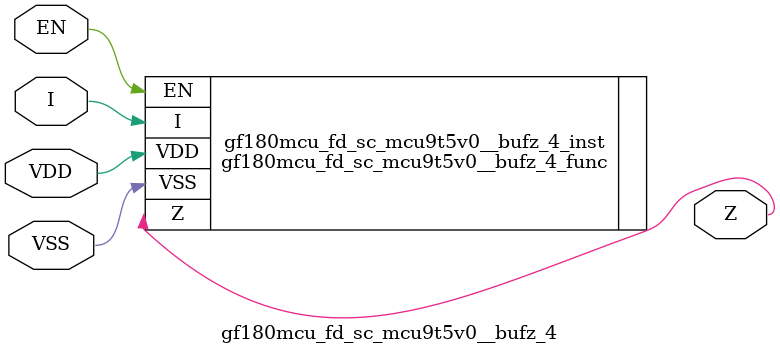
<source format=v>

module gf180mcu_fd_sc_mcu9t5v0__bufz_4( EN, I, Z, VDD, VSS );
input EN, I;
inout VDD, VSS;
output Z;

   `ifdef FUNCTIONAL  //  functional //

	gf180mcu_fd_sc_mcu9t5v0__bufz_4_func gf180mcu_fd_sc_mcu9t5v0__bufz_4_behav_inst(.EN(EN),.I(I),.Z(Z),.VDD(VDD),.VSS(VSS));

   `else

	gf180mcu_fd_sc_mcu9t5v0__bufz_4_func gf180mcu_fd_sc_mcu9t5v0__bufz_4_inst(.EN(EN),.I(I),.Z(Z),.VDD(VDD),.VSS(VSS));

	// spec_gates_begin


	// spec_gates_end



   specify

	// specify_block_begin

	// comb arc EN --> Z
	 (EN => Z) = (1.0,1.0);

	// comb arc I --> Z
	 (I => Z) = (1.0,1.0);

	// specify_block_end

   endspecify

   `endif

endmodule

</source>
